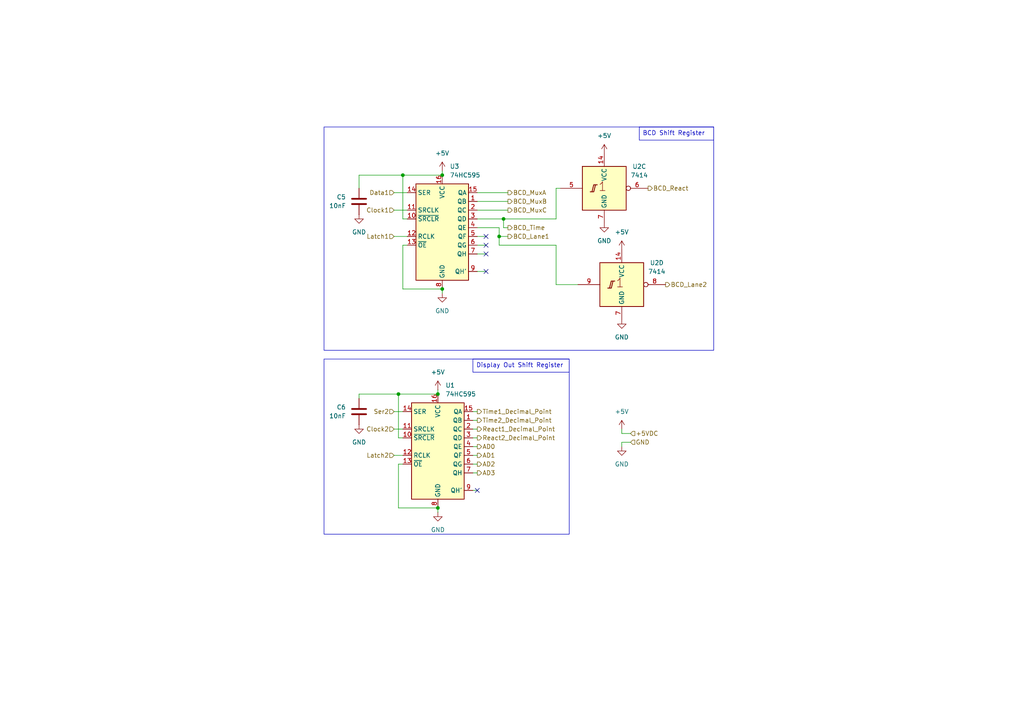
<source format=kicad_sch>
(kicad_sch (version 20250114) (generator "eeschema") (generator_version "9.0")
  (paper "A4")
  (lib_symbols
    (symbol "74xx:74HC595"
      (property "Reference" "U" (at -7.62 13.97 0))
      (property "Value" "74HC595" (at -7.62 -16.51 0))
      (symbol "74HC595_1_0"
        (pin input line (at -10.16 10.16 0) (length 2.54) (name "SER") (number "14"))
        (pin input line (at -10.16 5.08 0) (length 2.54) (name "SRCLK") (number "11"))
        (pin input line (at -10.16 2.54 0) (length 2.54) (name "~{SRCLR}") (number "10"))
        (pin input line (at -10.16 -2.54 0) (length 2.54) (name "RCLK") (number "12"))
        (pin input line (at -10.16 -5.08 0) (length 2.54) (name "~{OE}") (number "13"))
        (pin power_in line (at 0 15.24 270) (length 2.54) (name "VCC") (number "16"))
        (pin power_in line (at 0 -17.78 90) (length 2.54) (name "GND") (number "8"))
        (pin tri_state line (at 10.16 10.16 180) (length 2.54) (name "QA") (number "15"))
        (pin tri_state line (at 10.16 7.62 180) (length 2.54) (name "QB") (number "1"))
        (pin tri_state line (at 10.16 5.08 180) (length 2.54) (name "QC") (number "2"))
        (pin tri_state line (at 10.16 2.54 180) (length 2.54) (name "QD") (number "3"))
        (pin tri_state line (at 10.16 0 180) (length 2.54) (name "QE") (number "4"))
        (pin tri_state line (at 10.16 -2.54 180) (length 2.54) (name "QF") (number "5"))
        (pin tri_state line (at 10.16 -5.08 180) (length 2.54) (name "QG") (number "6"))
        (pin tri_state line (at 10.16 -7.62 180) (length 2.54) (name "QH") (number "7"))
        (pin output line (at 10.16 -12.7 180) (length 2.54) (name "QH'") (number "9"))
      )
      (symbol "74HC595_1_1"
        (rectangle (start -7.62 12.7) (end 7.62 -15.24) (stroke (width 0.254)) (fill (type background)))
      )
    )
    (symbol "74xx_IEEE:7414"
      (property "Reference" "U" (at 3.81 7.62 0))
      (property "Value" "7414" (at 5.08 -7.62 0))
      (symbol "7414_0_0"
        (polyline (pts (xy -4.064 -1.016) (xy -3.048 -1.016) (xy -2.54 1.016) (xy -2.032 1.016) (xy -3.048 1.016) (xy -3.556 -1.016) (xy -3.556 -1.016)) (stroke (width 0.254)) (fill (type background)))
        (text "1" (at -0.508 0.508 0) (effects (font (size 2.54 2.54))))
      )
      (symbol "7414_0_1"
        (rectangle (start -6.35 6.35) (end 6.35 -6.35) (stroke (width 0.254)) (fill (type background)))
        (pin power_in line (at 0 10.16 270) (length 3.81) (name "VCC") (number "14"))
        (pin power_in line (at 0 -10.16 90) (length 3.81) (name "GND") (number "7"))
      )
      (symbol "7414_1_1"
        (pin input line (at -12.7 0 0) (length 6.35) (name "~") (number "1"))
        (pin output inverted (at 12.7 0 180) (length 6.35) (name "~") (number "2"))
      )
      (symbol "7414_2_1"
        (pin input line (at -12.7 0 0) (length 6.35) (name "~") (number "3"))
        (pin output inverted (at 12.7 0 180) (length 6.35) (name "~") (number "4"))
      )
      (symbol "7414_3_1"
        (pin input line (at -12.7 0 0) (length 6.35) (name "~") (number "5"))
        (pin output inverted (at 12.7 0 180) (length 6.35) (name "~") (number "6"))
      )
      (symbol "7414_4_1"
        (pin input line (at -12.7 0 0) (length 6.35) (name "~") (number "9"))
        (pin output inverted (at 12.7 0 180) (length 6.35) (name "~") (number "8"))
      )
      (symbol "7414_5_1"
        (pin input line (at -12.7 0 0) (length 6.35) (name "~") (number "11"))
        (pin output inverted (at 12.7 0 180) (length 6.35) (name "~") (number "10"))
      )
      (symbol "7414_6_1"
        (pin input line (at -12.7 0 0) (length 6.35) (name "~") (number "13"))
        (pin output inverted (at 12.7 0 180) (length 6.35) (name "~") (number "12"))
      )
    )
    (symbol "Device:C" (pin_numbers (hide yes)) (pin_names (offset 0.254))
      (property "Reference" "C" (at 0.635 2.54 0))
      (property "Value" "C" (at 0.635 -2.54 0))
      (symbol "C_0_1"
        (polyline (pts (xy -2.032 0.762) (xy 2.032 0.762)) (stroke (width 0.508)))
        (polyline (pts (xy -2.032 -0.762) (xy 2.032 -0.762)) (stroke (width 0.508)))
      )
      (symbol "C_1_1"
        (pin passive line (at 0 3.81 270) (length 2.794) (name "~") (number "1"))
        (pin passive line (at 0 -3.81 90) (length 2.794) (name "~") (number "2"))
      )
    )
    (symbol "power:+5V" (power) (pin_numbers (hide yes)) (pin_names (offset 0) (hide yes))
      (property "Value" "+5V" (at 0 3.556 0))
      (symbol "+5V_0_1"
        (polyline (pts (xy -0.762 1.27) (xy 0 2.54)))
        (polyline (pts (xy 0 2.54) (xy 0.762 1.27)))
        (polyline (pts (xy 0 0) (xy 0 2.54)))
      )
      (symbol "+5V_1_1"
        (pin power_in line (at 0 0 90) (length 0) (name "~") (number "1"))
      )
    )
    (symbol "power:GND" (power) (pin_numbers (hide yes)) (pin_names (offset 0) (hide yes))
      (property "Value" "GND" (at 0 -3.81 0))
      (symbol "GND_0_1"
        (polyline (pts (xy 0 0) (xy 0 -1.27) (xy 1.27 -1.27) (xy 0 -2.54) (xy -1.27 -1.27) (xy 0 -1.27)))
      )
      (symbol "GND_1_1"
        (pin power_in line (at 0 0 270) (length 0) (name "~") (number "1"))
      )
    )
  )
  (rectangle (start 93.98 104.14) (end 165.1 154.94))
  (rectangle (start 93.98 36.83) (end 207.01 101.6))
  (text_box "Display Out Shift Register" (at 137.16 104.14 0) (size 27.94 3.81) (margins 0.9525 0.9525 0.9525 0.9525) (effects (font (size 1.27 1.27)) (justify left top)))
  (text_box "BCD Shift Register" (at 185.42 36.83 0) (size 21.59 3.81) (margins 0.9525 0.9525 0.9525 0.9525) (effects (font (size 1.27 1.27)) (justify left top)))
  (junction (at 146.05 63.5))
  (junction (at 127 147.32))
  (junction (at 115.57 114.3))
  (junction (at 116.84 50.8))
  (junction (at 128.27 50.8))
  (junction (at 144.78 68.58))
  (junction (at 127 114.3))
  (junction (at 128.27 83.82))
  (no_connect (at 140.97 71.12))
  (no_connect (at 138.43 142.24))
  (no_connect (at 140.97 73.66))
  (no_connect (at 140.97 68.58))
  (no_connect (at 140.97 78.74))
  (wire (pts (xy 167.64 82.55) (xy 161.29 82.55)))
  (wire (pts (xy 138.43 78.74) (xy 140.97 78.74)))
  (wire (pts (xy 104.14 114.3) (xy 115.57 114.3)))
  (wire (pts (xy 138.43 60.96) (xy 147.32 60.96)))
  (wire (pts (xy 144.78 68.58) (xy 144.78 71.12)))
  (wire (pts (xy 161.29 82.55) (xy 161.29 71.12)))
  (wire (pts (xy 127 148.59) (xy 127 147.32)))
  (wire (pts (xy 115.57 114.3) (xy 127 114.3)))
  (wire (pts (xy 116.84 63.5) (xy 116.84 50.8)))
  (wire (pts (xy 116.84 134.62) (xy 115.57 134.62)))
  (wire (pts (xy 180.34 124.46) (xy 180.34 125.73)))
  (wire (pts (xy 114.3 60.96) (xy 118.11 60.96)))
  (wire (pts (xy 138.43 68.58) (xy 140.97 68.58)))
  (wire (pts (xy 114.3 68.58) (xy 118.11 68.58)))
  (wire (pts (xy 138.43 71.12) (xy 140.97 71.12)))
  (wire (pts (xy 114.3 119.38) (xy 116.84 119.38)))
  (wire (pts (xy 146.05 66.04) (xy 147.32 66.04)))
  (wire (pts (xy 180.34 128.27) (xy 180.34 129.54)))
  (wire (pts (xy 146.05 66.04) (xy 146.05 63.5)))
  (wire (pts (xy 180.34 125.73) (xy 182.88 125.73)))
  (wire (pts (xy 144.78 68.58) (xy 147.32 68.58)))
  (wire (pts (xy 116.84 71.12) (xy 116.84 83.82)))
  (wire (pts (xy 114.3 55.88) (xy 118.11 55.88)))
  (wire (pts (xy 146.05 63.5) (xy 161.29 63.5)))
  (wire (pts (xy 118.11 71.12) (xy 116.84 71.12)))
  (wire (pts (xy 137.16 127) (xy 138.43 127)))
  (wire (pts (xy 137.16 134.62) (xy 138.43 134.62)))
  (wire (pts (xy 180.34 128.27) (xy 182.88 128.27)))
  (wire (pts (xy 146.05 63.5) (xy 138.43 63.5)))
  (wire (pts (xy 115.57 114.3) (xy 115.57 127)))
  (wire (pts (xy 161.29 54.61) (xy 162.56 54.61)))
  (wire (pts (xy 114.3 132.08) (xy 116.84 132.08)))
  (wire (pts (xy 104.14 115.57) (xy 104.14 114.3)))
  (wire (pts (xy 137.16 129.54) (xy 138.43 129.54)))
  (wire (pts (xy 114.3 124.46) (xy 116.84 124.46)))
  (wire (pts (xy 127 113.03) (xy 127 114.3)))
  (wire (pts (xy 138.43 58.42) (xy 147.32 58.42)))
  (wire (pts (xy 138.43 73.66) (xy 140.97 73.66)))
  (wire (pts (xy 161.29 71.12) (xy 144.78 71.12)))
  (wire (pts (xy 104.14 54.61) (xy 104.14 50.8)))
  (wire (pts (xy 137.16 119.38) (xy 138.43 119.38)))
  (wire (pts (xy 116.84 50.8) (xy 128.27 50.8)))
  (wire (pts (xy 115.57 147.32) (xy 127 147.32)))
  (wire (pts (xy 161.29 54.61) (xy 161.29 63.5)))
  (wire (pts (xy 128.27 85.09) (xy 128.27 83.82)))
  (wire (pts (xy 137.16 142.24) (xy 138.43 142.24)))
  (wire (pts (xy 144.78 66.04) (xy 144.78 68.58)))
  (wire (pts (xy 144.78 66.04) (xy 138.43 66.04)))
  (wire (pts (xy 138.43 55.88) (xy 147.32 55.88)))
  (wire (pts (xy 128.27 49.53) (xy 128.27 50.8)))
  (wire (pts (xy 104.14 50.8) (xy 116.84 50.8)))
  (wire (pts (xy 137.16 124.46) (xy 138.43 124.46)))
  (wire (pts (xy 118.11 63.5) (xy 116.84 63.5)))
  (wire (pts (xy 137.16 137.16) (xy 138.43 137.16)))
  (wire (pts (xy 116.84 127) (xy 115.57 127)))
  (wire (pts (xy 137.16 121.92) (xy 138.43 121.92)))
  (wire (pts (xy 137.16 132.08) (xy 138.43 132.08)))
  (wire (pts (xy 115.57 134.62) (xy 115.57 147.32)))
  (wire (pts (xy 116.84 83.82) (xy 128.27 83.82)))
  (hierarchical_label "BCD_Lane2" (shape output) (at 193.04 82.55 0))
  (hierarchical_label "Latch2" (shape input) (at 114.3 132.08 180))
  (hierarchical_label "React2_Decimal_Point" (shape output) (at 138.43 127 0))
  (hierarchical_label "BCD_MuxB" (shape output) (at 147.32 58.42 0))
  (hierarchical_label "BCD_MuxC" (shape output) (at 147.32 60.96 0))
  (hierarchical_label "AD0" (shape output) (at 138.43 129.54 0))
  (hierarchical_label "Latch1" (shape input) (at 114.3 68.58 180))
  (hierarchical_label "Time2_Decimal_Point" (shape output) (at 138.43 121.92 0))
  (hierarchical_label "BCD_MuxA" (shape output) (at 147.32 55.88 0))
  (hierarchical_label "BCD_Lane1" (shape output) (at 147.32 68.58 0))
  (hierarchical_label "Clock1" (shape input) (at 114.3 60.96 180))
  (hierarchical_label "BCD_Time" (shape output) (at 147.32 66.04 0))
  (hierarchical_label "Clock2" (shape input) (at 114.3 124.46 180))
  (hierarchical_label "AD3" (shape output) (at 138.43 137.16 0))
  (hierarchical_label "GND" (shape input) (at 182.88 128.27 0))
  (hierarchical_label "AD2" (shape output) (at 138.43 134.62 0))
  (hierarchical_label "+5VDC" (shape input) (at 182.88 125.73 0))
  (hierarchical_label "Data1" (shape input) (at 114.3 55.88 180))
  (hierarchical_label "Time1_Decimal_Point" (shape output) (at 138.43 119.38 0))
  (hierarchical_label "BCD_React" (shape output) (at 187.96 54.61 0))
  (hierarchical_label "Ser2" (shape input) (at 114.3 119.38 180))
  (hierarchical_label "AD1" (shape output) (at 138.43 132.08 0))
  (hierarchical_label "React1_Decimal_Point" (shape output) (at 138.43 124.46 0))
  (symbol (lib_id "74xx:74HC595") (at 127 129.54 0) (unit 1)
    (property "Reference" "U1" (at 129.1941 111.76 0) (effects (justify left)))
    (property "Value" "74HC595" (at 129.1941 114.3 0) (effects (justify left)))
    (property "Footprint" "Package_SO:SOIC-16_3.9x9.9mm_P1.27mm" (effects (hide yes)))
    (property "Datasheet" "http://www.ti.com/lit/ds/symlink/sn74hc595.pdf" (effects (hide yes)))
    (property "Description" "8-bit serial in/out Shift Register 3-State Outputs" (effects (hide yes)))
  )
  (symbol (lib_id "power:+5V") (at 180.34 72.39 0) (unit 1)
    (property "Reference" "#PWR089" (effects (hide yes)))
    (property "Value" "+5V" (at 180.34 67.31 0))
    (property "Description" "Power symbol creates a global label with name \"+5V\"" (effects (hide yes)))
  )
  (symbol (lib_id "power:GND") (at 128.27 85.09 0) (unit 1)
    (property "Reference" "#PWR034" (effects (hide yes)))
    (property "Value" "GND" (at 128.27 90.17 0))
    (property "Description" "Power symbol creates a global label with name \"GND\" , ground" (effects (hide yes)))
  )
  (symbol (lib_id "Device:C") (at 104.14 58.42 0) (mirror y) (unit 1)
    (property "Reference" "C5" (at 100.33 57.1499 0) (effects (justify left)))
    (property "Value" "10nF" (at 100.33 59.6899 0) (effects (justify left)))
    (property "Footprint" "Capacitor_SMD:C_0805_2012Metric" (effects (hide yes)))
    (property "Description" "Unpolarized capacitor" (effects (hide yes)))
  )
  (symbol (lib_id "power:GND") (at 180.34 92.71 0) (unit 1)
    (property "Reference" "#PWR090" (effects (hide yes)))
    (property "Value" "GND" (at 180.34 97.79 0))
    (property "Description" "Power symbol creates a global label with name \"GND\" , ground" (effects (hide yes)))
  )
  (symbol (lib_id "power:+5V") (at 127 113.03 0) (unit 1)
    (property "Reference" "#PWR015" (effects (hide yes)))
    (property "Value" "+5V" (at 127 107.95 0))
    (property "Description" "Power symbol creates a global label with name \"+5V\"" (effects (hide yes)))
  )
  (symbol (lib_id "74xx_IEEE:7414") (at 175.26 54.61 0) (unit 3)
    (property "Reference" "U2" (at 185.42 48.2914 0))
    (property "Value" "7414" (at 185.42 50.8314 0))
    (property "Footprint" "Package_SO:SOIC-14_3.9x8.7mm_P1.27mm" (effects (hide yes)))
  )
  (symbol (lib_id "power:GND") (at 104.14 123.19 0) (mirror y) (unit 1)
    (property "Reference" "#PWR0129" (effects (hide yes)))
    (property "Value" "GND" (at 104.14 128.27 0))
    (property "Description" "Power symbol creates a global label with name \"GND\" , ground" (effects (hide yes)))
  )
  (symbol (lib_id "power:+5V") (at 180.34 124.46 0) (unit 1)
    (property "Reference" "#PWR0126" (effects (hide yes)))
    (property "Value" "+5V" (at 180.34 119.38 0))
    (property "Description" "Power symbol creates a global label with name \"+5V\"" (effects (hide yes)))
  )
  (symbol (lib_id "74xx:74HC595") (at 128.27 66.04 0) (unit 1)
    (property "Reference" "U3" (at 130.4641 48.26 0) (effects (justify left)))
    (property "Value" "74HC595" (at 130.4641 50.8 0) (effects (justify left)))
    (property "Footprint" "Package_SO:SOIC-16_3.9x9.9mm_P1.27mm" (effects (hide yes)))
    (property "Datasheet" "http://www.ti.com/lit/ds/symlink/sn74hc595.pdf" (effects (hide yes)))
    (property "Description" "8-bit serial in/out Shift Register 3-State Outputs" (effects (hide yes)))
  )
  (symbol (lib_id "Device:C") (at 104.14 119.38 0) (mirror y) (unit 1)
    (property "Reference" "C6" (at 100.33 118.1099 0) (effects (justify left)))
    (property "Value" "10nF" (at 100.33 120.6499 0) (effects (justify left)))
    (property "Footprint" "Capacitor_SMD:C_0805_2012Metric" (effects (hide yes)))
    (property "Description" "Unpolarized capacitor" (effects (hide yes)))
  )
  (symbol (lib_id "power:GND") (at 104.14 62.23 0) (mirror y) (unit 1)
    (property "Reference" "#PWR0128" (effects (hide yes)))
    (property "Value" "GND" (at 104.14 67.31 0))
    (property "Description" "Power symbol creates a global label with name \"GND\" , ground" (effects (hide yes)))
  )
  (symbol (lib_id "power:GND") (at 175.26 64.77 0) (unit 1)
    (property "Reference" "#PWR088" (effects (hide yes)))
    (property "Value" "GND" (at 175.26 69.85 0))
    (property "Description" "Power symbol creates a global label with name \"GND\" , ground" (effects (hide yes)))
  )
  (symbol (lib_id "power:GND") (at 127 148.59 0) (unit 1)
    (property "Reference" "#PWR016" (effects (hide yes)))
    (property "Value" "GND" (at 127 153.67 0))
    (property "Description" "Power symbol creates a global label with name \"GND\" , ground" (effects (hide yes)))
  )
  (symbol (lib_id "power:+5V") (at 128.27 49.53 0) (unit 1)
    (property "Reference" "#PWR033" (effects (hide yes)))
    (property "Value" "+5V" (at 128.27 44.45 0))
    (property "Description" "Power symbol creates a global label with name \"+5V\"" (effects (hide yes)))
  )
  (symbol (lib_id "74xx_IEEE:7414") (at 180.34 82.55 0) (unit 4)
    (property "Reference" "U2" (at 190.5 76.2314 0))
    (property "Value" "7414" (at 190.5 78.7714 0))
    (property "Footprint" "Package_SO:SOIC-14_3.9x8.7mm_P1.27mm" (effects (hide yes)))
  )
  (symbol (lib_id "power:+5V") (at 175.26 44.45 0) (unit 1)
    (property "Reference" "#PWR087" (effects (hide yes)))
    (property "Value" "+5V" (at 175.26 39.37 0))
    (property "Description" "Power symbol creates a global label with name \"+5V\"" (effects (hide yes)))
  )
  (symbol (lib_id "power:GND") (at 180.34 129.54 0) (unit 1)
    (property "Reference" "#PWR0127" (effects (hide yes)))
    (property "Value" "GND" (at 180.34 134.62 0))
    (property "Description" "Power symbol creates a global label with name \"GND\" , ground" (effects (hide yes)))
  )
)
</source>
